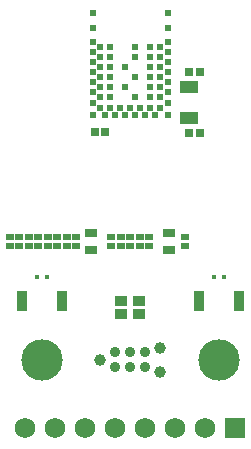
<source format=gts>
G04*
G04 #@! TF.GenerationSoftware,Altium Limited,Altium Designer,21.6.4 (81)*
G04*
G04 Layer_Color=8388736*
%FSLAX44Y44*%
%MOMM*%
G71*
G04*
G04 #@! TF.SameCoordinates,B426352F-7976-453D-B7C3-6DF0A089D787*
G04*
G04*
G04 #@! TF.FilePolarity,Negative*
G04*
G01*
G75*
%ADD25R,0.4600X0.4500*%
%ADD26R,0.9000X1.8000*%
%ADD27R,1.6500X1.1000*%
%ADD28R,0.4900X0.4900*%
%ADD29R,0.4900X0.4900*%
%ADD30R,1.1200X0.7400*%
%ADD31C,0.8900*%
%ADD32R,0.7200X0.7200*%
%ADD33R,0.6500X0.6200*%
%ADD34R,1.1000X0.9000*%
%ADD35C,3.5000*%
%ADD36C,1.7500*%
%ADD37R,1.7500X1.7500*%
%ADD38C,1.0000*%
D25*
X189200Y170000D02*
D03*
X180800D02*
D03*
X39200Y170000D02*
D03*
X30800D02*
D03*
D26*
X168000Y150000D02*
D03*
X202000D02*
D03*
X18000D02*
D03*
X52000D02*
D03*
D27*
X159750Y330750D02*
D03*
Y304750D02*
D03*
D28*
X93000Y313500D02*
D03*
X88750Y307000D02*
D03*
X78000D02*
D03*
X84500Y313500D02*
D03*
X78000Y317750D02*
D03*
Y326250D02*
D03*
X84500Y322000D02*
D03*
X93000D02*
D03*
X78000Y334750D02*
D03*
X84500Y330500D02*
D03*
X93000D02*
D03*
X78000Y343250D02*
D03*
X84500Y339000D02*
D03*
X93000D02*
D03*
X78000Y351750D02*
D03*
X84500Y347500D02*
D03*
X93000D02*
D03*
Y356000D02*
D03*
X84500D02*
D03*
X78000Y360250D02*
D03*
X93000Y364500D02*
D03*
X84500D02*
D03*
X78000Y368750D02*
D03*
Y381000D02*
D03*
X97250Y307000D02*
D03*
X101500Y313500D02*
D03*
X105750Y307000D02*
D03*
X110000Y313500D02*
D03*
X114250Y307000D02*
D03*
X118500Y313500D02*
D03*
X122750Y307000D02*
D03*
X127000Y313500D02*
D03*
X131250Y307000D02*
D03*
X142000D02*
D03*
X135500Y313500D02*
D03*
X142000Y317750D02*
D03*
X135500Y322000D02*
D03*
X127000D02*
D03*
X142000Y326250D02*
D03*
X135500Y330500D02*
D03*
X127000D02*
D03*
X142000Y334750D02*
D03*
X135500Y339000D02*
D03*
X127000D02*
D03*
X142000Y343250D02*
D03*
X135500Y347500D02*
D03*
X127000D02*
D03*
X142000Y351750D02*
D03*
X135500Y356000D02*
D03*
X127000D02*
D03*
X142000Y360250D02*
D03*
X135500Y364500D02*
D03*
X127000D02*
D03*
X142000Y368750D02*
D03*
Y381000D02*
D03*
Y393250D02*
D03*
X114250Y364500D02*
D03*
Y356000D02*
D03*
X105750Y347500D02*
D03*
X114250Y339000D02*
D03*
X105750Y330500D02*
D03*
X114250Y322000D02*
D03*
D29*
X78000Y393250D02*
D03*
D30*
X143000Y206850D02*
D03*
Y193150D02*
D03*
X77000D02*
D03*
Y206850D02*
D03*
D31*
X97300Y93750D02*
D03*
Y106450D02*
D03*
X110000Y93750D02*
D03*
Y106450D02*
D03*
X122700Y93750D02*
D03*
Y106450D02*
D03*
D32*
X88750Y293000D02*
D03*
X79750D02*
D03*
X168750Y291750D02*
D03*
X159750D02*
D03*
X168750Y343250D02*
D03*
X159750D02*
D03*
D33*
X48000Y204000D02*
D03*
Y196000D02*
D03*
X24000D02*
D03*
Y204000D02*
D03*
X16000Y196000D02*
D03*
Y204000D02*
D03*
X94000D02*
D03*
Y196000D02*
D03*
X118000Y204000D02*
D03*
Y196000D02*
D03*
X8000Y204000D02*
D03*
Y196000D02*
D03*
X102000Y204000D02*
D03*
Y196000D02*
D03*
X110000Y204000D02*
D03*
Y196000D02*
D03*
X126000Y204000D02*
D03*
Y196000D02*
D03*
X156000D02*
D03*
Y204000D02*
D03*
X64000Y196000D02*
D03*
Y204000D02*
D03*
X56000Y196000D02*
D03*
Y204000D02*
D03*
X40000Y196000D02*
D03*
Y204000D02*
D03*
X32000Y196000D02*
D03*
Y204000D02*
D03*
D34*
X117500Y139000D02*
D03*
X102500D02*
D03*
Y150000D02*
D03*
X117500D02*
D03*
D35*
X185000Y100000D02*
D03*
X35000D02*
D03*
D36*
X21100Y42200D02*
D03*
X46500D02*
D03*
X148100D02*
D03*
X173500D02*
D03*
X122700D02*
D03*
X97300D02*
D03*
X71900D02*
D03*
D37*
X198900D02*
D03*
D38*
X84600Y100100D02*
D03*
X135400Y110260D02*
D03*
Y89940D02*
D03*
M02*

</source>
